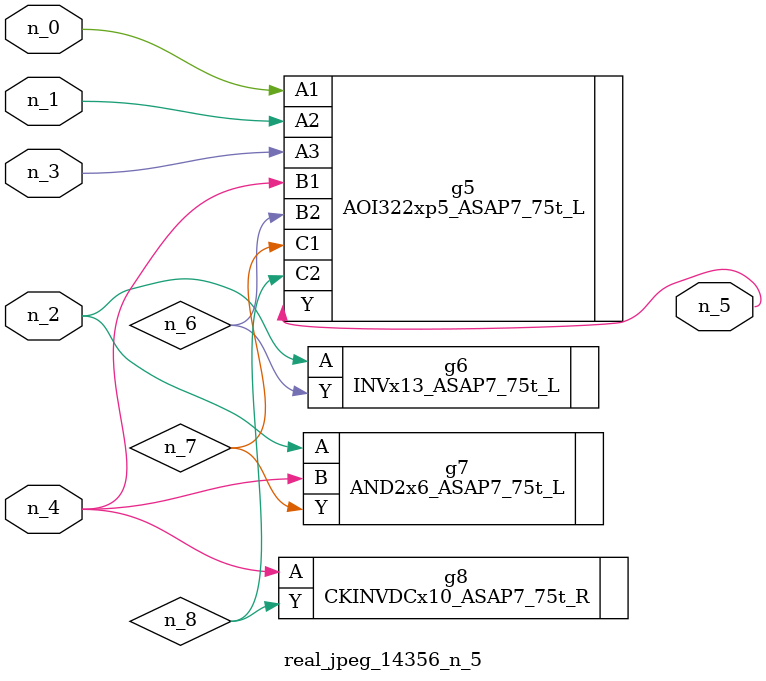
<source format=v>
module real_jpeg_14356_n_5 (n_4, n_0, n_1, n_2, n_3, n_5);

input n_4;
input n_0;
input n_1;
input n_2;
input n_3;

output n_5;

wire n_8;
wire n_6;
wire n_7;

AOI322xp5_ASAP7_75t_L g5 ( 
.A1(n_0),
.A2(n_1),
.A3(n_3),
.B1(n_4),
.B2(n_6),
.C1(n_7),
.C2(n_8),
.Y(n_5)
);

INVx13_ASAP7_75t_L g6 ( 
.A(n_2),
.Y(n_6)
);

AND2x6_ASAP7_75t_L g7 ( 
.A(n_2),
.B(n_4),
.Y(n_7)
);

CKINVDCx10_ASAP7_75t_R g8 ( 
.A(n_4),
.Y(n_8)
);


endmodule
</source>
